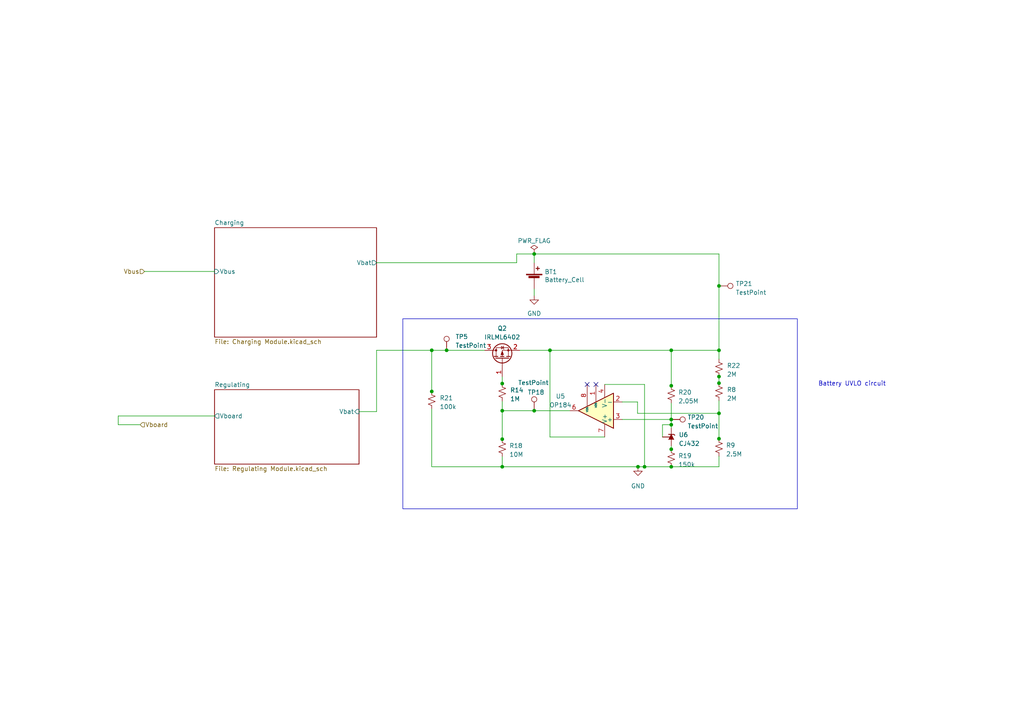
<source format=kicad_sch>
(kicad_sch (version 20230121) (generator eeschema)
  (paper "A4")
  (title_block (title "Power Module") (date "2023-03-05") (rev "V1.0") (company "EEE3088F - Group 14") (comment 1 "Designed by Ashik John"))
  (lib_symbols
    (symbol "Amplifier_Operational:OP07" (pin_names (offset 0.127))
      (property "Reference" "U" (at 1.27 6.35 0))
      (property "Value" "OP07" (at 1.27 3.81 0))
      (symbol "OP07_0_1"
        (polyline (pts (xy -5.08 5.08) (xy 5.08 0) (xy -5.08 -5.08) (xy -5.08 5.08)) (stroke (width 0.254)) (fill (type background)))
      )
      (symbol "OP07_1_1"
        (pin input line (at 0 -7.62 90) (length 5.08) (name "VOS") (number "1"))
        (pin input line (at -7.62 -2.54 0) (length 2.54) (name "-") (number "2"))
        (pin input line (at -7.62 2.54 0) (length 2.54) (name "+") (number "3"))
        (pin power_in line (at -2.54 -7.62 90) (length 3.81) (name "V-") (number "4"))
        (pin no_connect line (at 0 2.54 270) (length 2.54) hide (name "NC") (number "5"))
        (pin output line (at 7.62 0 180) (length 2.54) (name "~") (number "6"))
        (pin power_in line (at -2.54 7.62 270) (length 3.81) (name "V+") (number "7"))
        (pin input line (at 2.54 -7.62 90) (length 6.35) (name "VOS") (number "8"))
      )
    )
    (symbol "Connector:TestPoint" (pin_numbers hide) (pin_names (offset 0.762) hide)
      (property "Reference" "TP" (at 0 6.858 0))
      (property "Value" "TestPoint" (at 0 5.08 0))
      (symbol "TestPoint_0_1"
        (circle (center 0 3.302) (radius 0.762))
      )
      (symbol "TestPoint_1_1"
        (pin passive line (at 0 0 90) (length 2.54) (name "1") (number "1"))
      )
    )
    (symbol "Device:Battery_Cell" (pin_numbers hide) (pin_names (offset 0) hide)
      (property "Reference" "BT" (at 2.54 2.54 0))
      (property "Value" "Battery_Cell" (at 2.54 0 0))
      (symbol "Battery_Cell_0_1"
        (rectangle (start -2.286 1.778) (end 2.286 1.524) (fill (type outline)))
        (rectangle (start -1.5748 1.1938) (end 1.4732 0.6858) (fill (type outline)))
        (polyline (pts (xy 0 0.762) (xy 0 0)))
        (polyline (pts (xy 0 1.778) (xy 0 2.54)))
        (polyline (pts (xy 0.508 3.429) (xy 1.524 3.429)) (stroke (width 0.254)))
        (polyline (pts (xy 1.016 3.937) (xy 1.016 2.921)) (stroke (width 0.254)))
      )
      (symbol "Battery_Cell_1_1"
        (pin passive line (at 0 5.08 270) (length 2.54) (name "+") (number "1"))
        (pin passive line (at 0 -2.54 90) (length 2.54) (name "-") (number "2"))
      )
    )
    (symbol "Device:R_Small_US" (pin_numbers hide) (pin_names (offset 0.254) hide)
      (property "Reference" "R" (at 0.762 0.508 0))
      (property "Value" "R_Small_US" (at 0.762 -1.016 0))
      (symbol "R_Small_US_1_1"
        (polyline (pts (xy 0 0) (xy 1.016 -0.381) (xy 0 -0.762) (xy -1.016 -1.143) (xy 0 -1.524)))
        (polyline (pts (xy 0 1.524) (xy 1.016 1.143) (xy 0 0.762) (xy -1.016 0.381) (xy 0 0)))
        (pin passive line (at 0 2.54 270) (length 1.016) (name "~") (number "1"))
        (pin passive line (at 0 -2.54 90) (length 1.016) (name "~") (number "2"))
      )
    )
    (symbol "Reference_Voltage:CJ432" (pin_numbers hide) (pin_names hide)
      (property "Reference" "U" (at -2.54 2.54 0))
      (property "Value" "CJ432" (at 0 -2.54 0))
      (symbol "CJ432_0_1"
        (polyline (pts (xy -1.27 0) (xy 0 0) (xy 1.27 0)))
        (polyline (pts (xy -0.762 0.762) (xy 0.762 0) (xy -0.762 -0.762)) (fill (type outline)))
        (polyline (pts (xy 0.508 -1.016) (xy 0.762 -0.762) (xy 0.762 0.762) (xy 0.762 0.762)) (stroke (width 0.254)))
      )
      (symbol "CJ432_1_1"
        (pin passive line (at 0 2.54 270) (length 2.54) (name "REF") (number "1"))
        (pin passive line (at 2.54 0 180) (length 1.27) (name "K") (number "2"))
        (pin passive line (at -2.54 0 0) (length 1.27) (name "A") (number "3"))
      )
    )
    (symbol "Transistor_FET:IRLML6402" (pin_names hide)
      (property "Reference" "Q" (at 5.08 1.905 0))
      (property "Value" "IRLML6402" (at 5.08 0 0))
      (symbol "IRLML6402_0_1"
        (polyline (pts (xy 0.254 0) (xy -2.54 0)))
        (polyline (pts (xy 0.254 1.905) (xy 0.254 -1.905)) (stroke (width 0.254)))
        (polyline (pts (xy 0.762 -1.27) (xy 0.762 -2.286)) (stroke (width 0.254)))
        (polyline (pts (xy 0.762 0.508) (xy 0.762 -0.508)) (stroke (width 0.254)))
        (polyline (pts (xy 0.762 2.286) (xy 0.762 1.27)) (stroke (width 0.254)))
        (polyline (pts (xy 2.54 2.54) (xy 2.54 1.778)))
        (polyline (pts (xy 2.54 -2.54) (xy 2.54 0) (xy 0.762 0)))
        (polyline (pts (xy 0.762 1.778) (xy 3.302 1.778) (xy 3.302 -1.778) (xy 0.762 -1.778)))
        (polyline (pts (xy 2.286 0) (xy 1.27 0.381) (xy 1.27 -0.381) (xy 2.286 0)) (fill (type outline)))
        (polyline (pts (xy 2.794 -0.508) (xy 2.921 -0.381) (xy 3.683 -0.381) (xy 3.81 -0.254)))
        (polyline (pts (xy 3.302 -0.381) (xy 2.921 0.254) (xy 3.683 0.254) (xy 3.302 -0.381)))
        (circle (center 1.651 0) (radius 2.794) (stroke (width 0.254)))
        (circle (center 2.54 -1.778) (radius 0.254) (fill (type outline)))
        (circle (center 2.54 1.778) (radius 0.254) (fill (type outline)))
      )
      (symbol "IRLML6402_1_1"
        (pin input line (at -5.08 0 0) (length 2.54) (name "G") (number "1"))
        (pin passive line (at 2.54 -5.08 90) (length 2.54) (name "S") (number "2"))
        (pin passive line (at 2.54 5.08 270) (length 2.54) (name "D") (number "3"))
      )
    )
    (symbol "power:GND" (power) (pin_names (offset 0))
      (property "Value" "GND" (at 0 -3.81 0))
      (symbol "GND_0_1"
        (polyline (pts (xy 0 0) (xy 0 -1.27) (xy 1.27 -1.27) (xy 0 -2.54) (xy -1.27 -1.27) (xy 0 -1.27)))
      )
      (symbol "GND_1_1"
        (pin power_in line (at 0 0 270) (length 0) hide (name "GND") (number "1"))
      )
    )
    (symbol "power:PWR_FLAG" (power) (pin_numbers hide) (pin_names (offset 0) hide)
      (property "Value" "PWR_FLAG" (at 0 3.81 0))
      (symbol "PWR_FLAG_0_0"
        (pin power_out line (at 0 0 90) (length 0) (name "pwr") (number "1"))
      )
      (symbol "PWR_FLAG_0_1"
        (polyline (pts (xy 0 0) (xy 0 1.27) (xy -1.016 1.905) (xy 0 2.54) (xy 1.016 1.905) (xy 0 1.27)))
      )
    )
  )
  (junction (at 154.94 73.66))
  (junction (at 185.039 135.382))
  (junction (at 145.669 127.381))
  (junction (at 208.534 119.888))
  (junction (at 208.534 101.6))
  (junction (at 194.691 111.887))
  (junction (at 159.512 101.6))
  (junction (at 125.222 101.6))
  (junction (at 145.669 111.252))
  (junction (at 145.669 135.382))
  (junction (at 194.691 121.666))
  (junction (at 145.669 119.126))
  (junction (at 186.944 135.382))
  (junction (at 194.691 123.19))
  (junction (at 129.54 101.6))
  (junction (at 208.534 127.254))
  (junction (at 194.691 101.6))
  (junction (at 125.222 113.538))
  (junction (at 208.534 111.125))
  (junction (at 154.94 119.126))
  (junction (at 208.534 109.22))
  (junction (at 208.534 82.931))
  (junction (at 194.691 135.382))
  (junction (at 194.691 130.302))
  (no_connect (at 172.847 111.506))
  (no_connect (at 170.307 111.506))
  (wire (pts (xy 208.534 101.6) (xy 208.534 104.14)))
  (wire (pts (xy 194.691 111.887) (xy 194.691 112.014)))
  (wire (pts (xy 125.222 113.538) (xy 125.222 113.665)))
  (wire (pts (xy 145.669 135.382) (xy 185.039 135.382)))
  (wire (pts (xy 186.944 111.506) (xy 186.944 135.382)))
  (wire (pts (xy 184.912 119.888) (xy 184.912 116.586)))
  (wire (pts (xy 194.691 121.666) (xy 194.691 123.19)))
  (wire (pts (xy 149.86 73.66) (xy 154.94 73.66)))
  (wire (pts (xy 150.749 101.6) (xy 159.512 101.6)))
  (wire (pts (xy 109.22 101.6) (xy 125.222 101.6)))
  (wire (pts (xy 109.22 76.2) (xy 149.86 76.2)))
  (wire (pts (xy 194.691 101.6) (xy 194.691 111.887)))
  (wire (pts (xy 194.691 116.967) (xy 194.691 121.666)))
  (wire (pts (xy 154.94 119.126) (xy 165.227 119.126)))
  (wire (pts (xy 145.669 111.252) (xy 145.669 111.379)))
  (wire (pts (xy 208.534 132.334) (xy 208.534 135.382)))
  (wire (pts (xy 145.669 119.126) (xy 154.94 119.126)))
  (wire (pts (xy 192.151 126.746) (xy 192.151 123.19)))
  (wire (pts (xy 192.151 123.19) (xy 194.691 123.19)))
  (wire (pts (xy 159.512 101.6) (xy 194.691 101.6)))
  (wire (pts (xy 208.534 101.6) (xy 208.534 82.931)))
  (wire (pts (xy 194.691 101.6) (xy 208.534 101.6)))
  (wire (pts (xy 34.29 123.19) (xy 40.64 123.19)))
  (wire (pts (xy 109.22 101.6) (xy 109.22 119.38)))
  (wire (pts (xy 194.691 135.382) (xy 208.534 135.382)))
  (wire (pts (xy 208.534 119.888) (xy 184.912 119.888)))
  (wire (pts (xy 41.91 78.74) (xy 62.23 78.74)))
  (wire (pts (xy 194.691 123.19) (xy 194.691 124.206)))
  (wire (pts (xy 186.944 135.382) (xy 185.039 135.382)))
  (wire (pts (xy 109.22 119.38) (xy 104.14 119.38)))
  (wire (pts (xy 145.669 132.461) (xy 145.669 135.382)))
  (wire (pts (xy 175.387 126.746) (xy 159.512 126.746)))
  (wire (pts (xy 62.23 120.65) (xy 34.29 120.65)))
  (wire (pts (xy 208.534 119.888) (xy 208.534 127.254)))
  (wire (pts (xy 208.534 109.22) (xy 208.534 111.125)))
  (wire (pts (xy 154.94 83.82) (xy 154.94 85.725)))
  (wire (pts (xy 159.512 126.746) (xy 159.512 101.6)))
  (wire (pts (xy 208.534 111.125) (xy 208.534 111.252)))
  (wire (pts (xy 194.691 129.286) (xy 194.691 130.302)))
  (wire (pts (xy 184.912 116.586) (xy 180.467 116.586)))
  (wire (pts (xy 125.222 101.6) (xy 129.54 101.6)))
  (wire (pts (xy 125.222 118.618) (xy 125.222 135.382)))
  (wire (pts (xy 208.534 116.205) (xy 208.534 119.888)))
  (wire (pts (xy 208.534 82.931) (xy 208.534 73.66)))
  (wire (pts (xy 125.222 101.6) (xy 125.222 113.538)))
  (wire (pts (xy 154.94 73.66) (xy 154.94 76.2)))
  (wire (pts (xy 180.467 121.666) (xy 194.691 121.666)))
  (wire (pts (xy 129.54 101.6) (xy 140.589 101.6)))
  (wire (pts (xy 125.222 135.382) (xy 145.669 135.382)))
  (wire (pts (xy 186.944 135.382) (xy 194.691 135.382)))
  (wire (pts (xy 145.669 116.332) (xy 145.669 119.126)))
  (wire (pts (xy 145.669 109.22) (xy 145.669 111.252)))
  (wire (pts (xy 175.387 111.506) (xy 186.944 111.506)))
  (wire (pts (xy 149.86 76.2) (xy 149.86 73.66)))
  (wire (pts (xy 208.534 73.66) (xy 154.94 73.66)))
  (wire (pts (xy 145.669 127.381) (xy 145.669 127.508)))
  (wire (pts (xy 34.29 120.65) (xy 34.29 123.19)))
  (wire (pts (xy 208.534 127.254) (xy 208.534 127.381)))
  (wire (pts (xy 194.691 130.302) (xy 194.691 130.81)))
  (wire (pts (xy 145.669 119.126) (xy 145.669 127.381)))
  (wire (pts (xy 208.534 109.093) (xy 208.534 109.22)))
  (rectangle (start 116.84 92.456) (end 231.267 147.574))
  (text_box "Battery UVLO circuit" (at 236.347 109.474 0) (size 23.876 3.937) (stroke (width -0.0001)) (effects (font (size 1.27 1.27)) (justify left top)))
  (hierarchical_label "Vboard" (shape input) (at 40.64 123.19 0))
  (hierarchical_label "Vbus" (shape input) (at 41.91 78.74 180))
  (symbol (lib_id "Device:Battery_Cell") (at 154.94 81.28 0) (unit 1)
    (property "Reference" "BT1" (at 157.9372 78.8416 0) (effects (justify left)))
    (property "Value" "Battery_Cell" (at 157.9372 81.153 0) (effects (justify left)))
    (property "Footprint" "Library:18650_Holder_SMD" (effects hide))
    (property "Price ( 1 board)" "1.41" (effects hide))
    (property "Price (5 boards)" "7.05" (effects hide))
    (property "JLCPCB Part #" "C2988620" (effects hide))
    (property "Price" "1.41" (effects hide))
    (property "Populate" "No" (effects hide))
  )
  (symbol (lib_id "Device:R_Small_US") (at 194.691 114.427 0) (unit 1)
    (property "Reference" "R20" (at 196.723 113.792 0) (effects (justify left)))
    (property "Value" "2.05M" (at 196.723 116.332 0) (effects (justify left)))
    (property "Footprint" "Resistor_SMD:R_0805_2012Metric" (effects hide))
    (property "JLCPCB Part #" "C784207" (effects hide))
    (property "Populate" "Yes" (effects hide))
    (property "Price" "0.01" (effects hide))
    (property "Price ( 1 board)" "0.01" (effects hide))
    (property "Price (5 boards)" "0.05" (effects hide))
  )
  (symbol (lib_id "Amplifier_Operational:OP07") (at 172.847 119.126 180) (unit 1)
    (property "Reference" "U5" (at 162.56 114.9349 0))
    (property "Value" "OP184" (at 162.56 117.4749 0))
    (property "Footprint" "Library:SOIC127P600X175-8N" (effects hide))
    (property "Datasheet" "https://www.analog.com/media/en/technical-documentation/data-sheets/OP07.pdf" (effects hide))
    (property "JLCPCB Part #" "C690879" (effects hide))
    (property "Price" "3.17" (effects hide))
    (property "Price ( 1 board)" "3.17" (effects hide))
    (property "Price (5 boards)" "15.85" (effects hide))
    (property "Populate" "Yes" (effects hide))
  )
  (symbol (lib_id "Device:R_Small_US") (at 208.534 106.68 0) (unit 1)
    (property "Reference" "R22" (at 210.82 106.045 0) (effects (justify left)))
    (property "Value" "2M" (at 210.82 108.585 0) (effects (justify left)))
    (property "Footprint" "Resistor_SMD:R_0603_1608Metric" (effects hide))
    (property "JLCPCB Part #" "C465466" (effects hide))
    (property "Populate" "Yes" (effects hide))
    (property "Price" "0.01" (effects hide))
    (property "Price ( 1 board)" "0.01" (effects hide))
    (property "Price (5 boards)" "0.05" (effects hide))
  )
  (symbol (lib_id "Device:R_Small_US") (at 208.534 129.794 0) (unit 1)
    (property "Reference" "R9" (at 210.566 129.159 0) (effects (justify left)))
    (property "Value" "2.5M" (at 210.566 131.699 0) (effects (justify left)))
    (property "Footprint" "Resistor_SMD:R_1206_3216Metric" (effects hide))
    (property "JLCPCB Part #" "C508414" (effects hide))
    (property "Populate" "Yes" (effects hide))
    (property "Price" "0.03" (effects hide))
    (property "Price ( 1 board)" "0.03" (effects hide))
    (property "Price (5 boards)" "0.15" (effects hide))
  )
  (symbol (lib_id "Transistor_FET:IRLML6402") (at 145.669 104.14 90) (unit 1)
    (property "Reference" "Q2" (at 145.669 95.25 90))
    (property "Value" "IRLML6402" (at 145.669 97.79 90))
    (property "Footprint" "Package_TO_SOT_SMD:SOT-23" (effects hide))
    (property "Datasheet" "https://www.infineon.com/dgdl/irlml6402pbf.pdf?fileId=5546d462533600a401535668d5c2263c" (effects hide))
    (property "JLCPCB Part #" "C518785" (effects hide))
    (property "Price" "0.05" (effects hide))
    (property "Price ( 1 board)" "0.5" (effects hide))
    (property "Price (5 boards)" "0.25" (effects hide))
    (property "Populate" "Yes" (effects hide))
  )
  (symbol (lib_id "Connector:TestPoint") (at 208.534 82.931 270) (unit 1)
    (property "Reference" "TP21" (at 213.36 82.296 90) (effects (justify left)))
    (property "Value" "TestPoint" (at 213.36 84.836 90) (effects (justify left)))
    (property "Footprint" "TestPoint:TestPoint_Pad_D2.0mm" (effects hide))
  )
  (symbol (lib_id "Reference_Voltage:CJ432") (at 194.691 126.746 90) (unit 1)
    (property "Reference" "U6" (at 196.85 126.111 90) (effects (justify right)))
    (property "Value" "CJ432" (at 196.85 128.651 90) (effects (justify right)))
    (property "Footprint" "Package_TO_SOT_SMD:SOT-23" (effects hide))
    (property "Datasheet" "http://www.cj-elec.com/txUpfile/20134181474991806.pdf" (effects hide))
    (property "JLCPCB Part #" "C8499" (effects hide))
    (property "Price" "0.06" (effects hide))
    (property "Price ( 1 board)" "0.06" (effects hide))
    (property "Price (5 boards)" "0.3" (effects hide))
    (property "Populate" "Yes" (effects hide))
  )
  (symbol (lib_id "Connector:TestPoint") (at 194.691 121.666 270) (unit 1)
    (property "Reference" "TP20" (at 199.39 121.031 90) (effects (justify left)))
    (property "Value" "TestPoint" (at 199.39 123.571 90) (effects (justify left)))
    (property "Footprint" "TestPoint:TestPoint_Pad_D2.0mm" (effects hide))
  )
  (symbol (lib_id "Device:R_Small_US") (at 145.669 113.792 0) (unit 1)
    (property "Reference" "R14" (at 147.955 113.157 0) (effects (justify left)))
    (property "Value" "1M" (at 147.955 115.697 0) (effects (justify left)))
    (property "Footprint" "Resistor_SMD:R_0805_2012Metric" (effects hide))
    (property "JLCPCB Part #" "C416080" (effects hide))
    (property "Populate" "Yes" (effects hide))
    (property "Price" "0.01" (effects hide))
    (property "Price ( 1 board)" "0.01" (effects hide))
    (property "Price (5 boards)" "0.05" (effects hide))
  )
  (symbol (lib_id "Device:R_Small_US") (at 208.534 113.665 0) (unit 1)
    (property "Reference" "R8" (at 210.82 113.03 0) (effects (justify left)))
    (property "Value" "2M" (at 210.82 115.57 0) (effects (justify left)))
    (property "Footprint" "Resistor_SMD:R_0603_1608Metric" (effects hide))
    (property "JLCPCB Part #" "C465466" (effects hide))
    (property "Populate" "Yes" (effects hide))
    (property "Price" "0.01" (effects hide))
    (property "Price ( 1 board)" "0.01" (effects hide))
    (property "Price (5 boards)" "0.05" (effects hide))
  )
  (symbol (lib_id "power:PWR_FLAG") (at 154.94 73.66 0) (unit 1)
    (property "Reference" "#FLG04" (effects hide))
    (property "Value" "PWR_FLAG" (at 154.94 69.85 0))
  )
  (symbol (lib_id "Connector:TestPoint") (at 154.94 119.126 0) (unit 1)
    (property "Reference" "TP18" (at 153.035 113.792 0) (effects (justify left)))
    (property "Value" "TestPoint" (at 150.241 110.998 0) (effects (justify left)))
    (property "Footprint" "TestPoint:TestPoint_Pad_D2.5mm" (effects hide))
  )
  (symbol (lib_id "Connector:TestPoint") (at 129.54 101.6 0) (unit 1)
    (property "Reference" "TP5" (at 132.08 97.663 0) (effects (justify left)))
    (property "Value" "TestPoint" (at 132.08 100.203 0) (effects (justify left)))
    (property "Footprint" "TestPoint:TestPoint_Pad_D2.0mm" (effects hide))
  )
  (symbol (lib_id "power:GND") (at 185.039 135.382 0) (unit 1)
    (property "Reference" "#PWR018" (effects hide))
    (property "Value" "GND" (at 185.039 140.97 0))
  )
  (symbol (lib_id "Device:R_Small_US") (at 125.222 116.078 0) (unit 1)
    (property "Reference" "R21" (at 127.508 115.443 0) (effects (justify left)))
    (property "Value" "100k" (at 127.508 117.983 0) (effects (justify left)))
    (property "Footprint" "Resistor_SMD:R_0805_2012Metric" (effects hide))
    (property "JLCPCB Part #" "C465471" (effects hide))
    (property "Populate" "Yes" (effects hide))
    (property "Price" "0.01" (effects hide))
    (property "Price ( 1 board)" "0.01" (effects hide))
    (property "Price (5 boards)" "0.05" (effects hide))
  )
  (symbol (lib_id "Device:R_Small_US") (at 194.691 132.842 0) (unit 1)
    (property "Reference" "R19" (at 196.723 132.207 0) (effects (justify left)))
    (property "Value" "150k" (at 196.723 134.747 0) (effects (justify left)))
    (property "Footprint" "Resistor_SMD:R_0402_1005Metric" (effects hide))
    (property "JLCPCB Part #" "C429049" (effects hide))
    (property "Populate" "Yes" (effects hide))
    (property "Price" "0.01" (effects hide))
    (property "Price ( 1 board)" "0.01" (effects hide))
    (property "Price (5 boards)" "0.05" (effects hide))
  )
  (symbol (lib_id "Device:R_Small_US") (at 145.669 129.921 0) (unit 1)
    (property "Reference" "R18" (at 147.701 129.286 0) (effects (justify left)))
    (property "Value" "10M" (at 147.701 131.826 0) (effects (justify left)))
    (property "Footprint" "Resistor_SMD:R_0805_2012Metric" (effects hide))
    (property "JLCPCB Part #" "C26108" (effects hide))
    (property "Populate" "Yes" (effects hide))
    (property "Price" "0.01" (effects hide))
    (property "Price ( 1 board)" "0.01" (effects hide))
    (property "Price (5 boards)" "0.05" (effects hide))
  )
  (symbol (lib_id "power:GND") (at 154.94 85.725 0) (unit 1)
    (property "Reference" "#PWR015" (effects hide))
    (property "Value" "GND" (at 154.94 90.932 0))
  )
  (sheet (at 62.23 66.04) (size 46.99 31.75)
    (property "Sheetname" "Charging" (at 62.23 65.3284 0) (effects (justify left bottom)))
    (property "Sheetfile" "Charging Module.kicad_sch" (at 62.23 98.3746 0) (effects (justify left top)))
    (pin "Vbat" output (at 109.22 76.2 0))
    (pin "Vbus" input (at 62.23 78.74 180))
  )
  (sheet (at 62.23 113.03) (size 41.91 21.59)
    (property "Sheetname" "Regulating" (at 62.23 112.3184 0) (effects (justify left bottom)))
    (property "Sheetfile" "Regulating Module.kicad_sch" (at 62.23 135.2046 0) (effects (justify left top)))
    (pin "Vbat" input (at 104.14 119.38 0))
    (pin "Vboard" output (at 62.23 120.65 180))
  )
)
</source>
